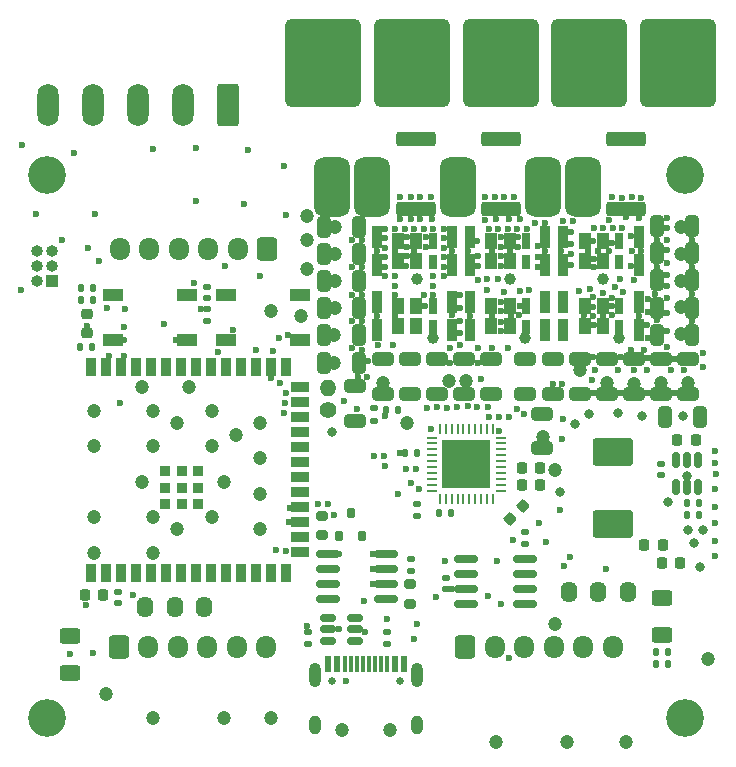
<source format=gbr>
%TF.GenerationSoftware,KiCad,Pcbnew,(6.0.7)*%
%TF.CreationDate,2023-02-02T22:14:04+01:00*%
%TF.ProjectId,bldc,626c6463-2e6b-4696-9361-645f70636258,rev?*%
%TF.SameCoordinates,Original*%
%TF.FileFunction,Soldermask,Top*%
%TF.FilePolarity,Negative*%
%FSLAX46Y46*%
G04 Gerber Fmt 4.6, Leading zero omitted, Abs format (unit mm)*
G04 Created by KiCad (PCBNEW (6.0.7)) date 2023-02-02 22:14:04*
%MOMM*%
%LPD*%
G01*
G04 APERTURE LIST*
G04 Aperture macros list*
%AMRoundRect*
0 Rectangle with rounded corners*
0 $1 Rounding radius*
0 $2 $3 $4 $5 $6 $7 $8 $9 X,Y pos of 4 corners*
0 Add a 4 corners polygon primitive as box body*
4,1,4,$2,$3,$4,$5,$6,$7,$8,$9,$2,$3,0*
0 Add four circle primitives for the rounded corners*
1,1,$1+$1,$2,$3*
1,1,$1+$1,$4,$5*
1,1,$1+$1,$6,$7*
1,1,$1+$1,$8,$9*
0 Add four rect primitives between the rounded corners*
20,1,$1+$1,$2,$3,$4,$5,0*
20,1,$1+$1,$4,$5,$6,$7,0*
20,1,$1+$1,$6,$7,$8,$9,0*
20,1,$1+$1,$8,$9,$2,$3,0*%
G04 Aperture macros list end*
%ADD10R,0.900000X1.850000*%
%ADD11R,0.650000X1.151000*%
%ADD12R,1.000000X1.350000*%
%ADD13R,0.650000X1.350000*%
%ADD14RoundRect,0.175000X0.175000X-0.275000X0.175000X0.275000X-0.175000X0.275000X-0.175000X-0.275000X0*%
%ADD15RoundRect,0.250000X-0.650000X0.325000X-0.650000X-0.325000X0.650000X-0.325000X0.650000X0.325000X0*%
%ADD16RoundRect,0.250000X1.425000X-0.362500X1.425000X0.362500X-1.425000X0.362500X-1.425000X-0.362500X0*%
%ADD17RoundRect,0.650000X2.600000X3.100000X-2.600000X3.100000X-2.600000X-3.100000X2.600000X-3.100000X0*%
%ADD18RoundRect,0.225000X-0.225000X-0.250000X0.225000X-0.250000X0.225000X0.250000X-0.225000X0.250000X0*%
%ADD19RoundRect,0.250000X0.325000X0.650000X-0.325000X0.650000X-0.325000X-0.650000X0.325000X-0.650000X0*%
%ADD20RoundRect,0.135000X-0.135000X-0.185000X0.135000X-0.185000X0.135000X0.185000X-0.135000X0.185000X0*%
%ADD21RoundRect,0.140000X0.170000X-0.140000X0.170000X0.140000X-0.170000X0.140000X-0.170000X-0.140000X0*%
%ADD22RoundRect,0.250000X0.625000X-0.400000X0.625000X0.400000X-0.625000X0.400000X-0.625000X-0.400000X0*%
%ADD23C,3.200000*%
%ADD24O,1.400000X1.800000*%
%ADD25RoundRect,0.250000X-0.325000X-0.650000X0.325000X-0.650000X0.325000X0.650000X-0.325000X0.650000X0*%
%ADD26RoundRect,0.250000X-0.625000X0.400000X-0.625000X-0.400000X0.625000X-0.400000X0.625000X0.400000X0*%
%ADD27RoundRect,0.200000X-0.275000X0.200000X-0.275000X-0.200000X0.275000X-0.200000X0.275000X0.200000X0*%
%ADD28RoundRect,0.200000X0.275000X-0.200000X0.275000X0.200000X-0.275000X0.200000X-0.275000X-0.200000X0*%
%ADD29R,1.000000X1.000000*%
%ADD30O,1.000000X1.000000*%
%ADD31O,1.000000X2.100000*%
%ADD32O,1.000000X1.600000*%
%ADD33R,0.600000X1.450000*%
%ADD34R,0.300000X1.450000*%
%ADD35C,0.650000*%
%ADD36RoundRect,0.135000X-0.185000X0.135000X-0.185000X-0.135000X0.185000X-0.135000X0.185000X0.135000X0*%
%ADD37RoundRect,0.225000X0.225000X0.250000X-0.225000X0.250000X-0.225000X-0.250000X0.225000X-0.250000X0*%
%ADD38RoundRect,0.235000X-1.465000X0.940000X-1.465000X-0.940000X1.465000X-0.940000X1.465000X0.940000X0*%
%ADD39RoundRect,0.150000X0.150000X-0.512500X0.150000X0.512500X-0.150000X0.512500X-0.150000X-0.512500X0*%
%ADD40RoundRect,0.135000X0.185000X-0.135000X0.185000X0.135000X-0.185000X0.135000X-0.185000X-0.135000X0*%
%ADD41RoundRect,0.140000X0.140000X0.170000X-0.140000X0.170000X-0.140000X-0.170000X0.140000X-0.170000X0*%
%ADD42RoundRect,0.135000X0.135000X0.185000X-0.135000X0.185000X-0.135000X-0.185000X0.135000X-0.185000X0*%
%ADD43RoundRect,0.750000X-0.750000X-1.750000X0.750000X-1.750000X0.750000X1.750000X-0.750000X1.750000X0*%
%ADD44RoundRect,0.250000X0.650000X1.550000X-0.650000X1.550000X-0.650000X-1.550000X0.650000X-1.550000X0*%
%ADD45O,1.800000X3.600000*%
%ADD46C,1.400000*%
%ADD47O,1.400000X1.400000*%
%ADD48RoundRect,0.150000X-0.825000X-0.150000X0.825000X-0.150000X0.825000X0.150000X-0.825000X0.150000X0*%
%ADD49RoundRect,0.140000X-0.170000X0.140000X-0.170000X-0.140000X0.170000X-0.140000X0.170000X0.140000X0*%
%ADD50RoundRect,0.250000X0.600000X0.725000X-0.600000X0.725000X-0.600000X-0.725000X0.600000X-0.725000X0*%
%ADD51O,1.700000X1.950000*%
%ADD52R,0.900000X1.500000*%
%ADD53R,1.500000X0.900000*%
%ADD54R,0.900000X0.900000*%
%ADD55RoundRect,0.225000X-0.017678X0.335876X-0.335876X0.017678X0.017678X-0.335876X0.335876X-0.017678X0*%
%ADD56RoundRect,0.750000X0.750000X1.750000X-0.750000X1.750000X-0.750000X-1.750000X0.750000X-1.750000X0*%
%ADD57RoundRect,0.250000X-0.600000X-0.725000X0.600000X-0.725000X0.600000X0.725000X-0.600000X0.725000X0*%
%ADD58RoundRect,0.150000X0.512500X0.150000X-0.512500X0.150000X-0.512500X-0.150000X0.512500X-0.150000X0*%
%ADD59R,1.700000X1.000000*%
%ADD60RoundRect,0.218750X0.256250X-0.218750X0.256250X0.218750X-0.256250X0.218750X-0.256250X-0.218750X0*%
%ADD61R,4.150000X4.150000*%
%ADD62RoundRect,0.062500X0.062500X0.375000X-0.062500X0.375000X-0.062500X-0.375000X0.062500X-0.375000X0*%
%ADD63RoundRect,0.062500X0.375000X0.062500X-0.375000X0.062500X-0.375000X-0.062500X0.375000X-0.062500X0*%
%ADD64C,1.000000*%
%ADD65C,0.600000*%
%ADD66C,1.200000*%
%ADD67C,0.800000*%
G04 APERTURE END LIST*
D10*
%TO.C,Q3*%
X128800000Y-113750000D03*
X135200000Y-113750000D03*
X135200000Y-116150000D03*
X128800000Y-116150000D03*
D11*
X133550000Y-115900000D03*
D12*
X130625000Y-115800000D03*
D13*
X133550000Y-114100000D03*
D12*
X132175000Y-114100000D03*
X132175000Y-115800000D03*
X130625000Y-114100000D03*
%TD*%
D10*
%TO.C,Q6*%
X120900000Y-110650000D03*
X127300000Y-108250000D03*
X127300000Y-110650000D03*
X120900000Y-108250000D03*
D11*
X125650000Y-110400000D03*
D12*
X122725000Y-108600000D03*
D13*
X125650000Y-108600000D03*
D12*
X124275000Y-108600000D03*
X122725000Y-110300000D03*
X124275000Y-110300000D03*
%TD*%
D10*
%TO.C,Q2*%
X136700000Y-108250000D03*
X143100000Y-110650000D03*
X143100000Y-108250000D03*
X136700000Y-110650000D03*
D11*
X141450000Y-110400000D03*
D12*
X138525000Y-110300000D03*
X138525000Y-108600000D03*
X140075000Y-108600000D03*
X140075000Y-110300000D03*
D13*
X141450000Y-108600000D03*
%TD*%
D10*
%TO.C,Q5*%
X127300000Y-116150000D03*
X127300000Y-113750000D03*
X120900000Y-113750000D03*
X120900000Y-116150000D03*
D11*
X125650000Y-115900000D03*
D12*
X124275000Y-115800000D03*
X124275000Y-114100000D03*
X122725000Y-115800000D03*
X122725000Y-114100000D03*
D13*
X125650000Y-114100000D03*
%TD*%
D10*
%TO.C,Q4*%
X135200000Y-108250000D03*
X135200000Y-110650000D03*
X128800000Y-110650000D03*
X128800000Y-108250000D03*
D11*
X133550000Y-110400000D03*
D12*
X130625000Y-110300000D03*
X132175000Y-110300000D03*
D13*
X133550000Y-108600000D03*
D12*
X132175000Y-108600000D03*
X130625000Y-108600000D03*
%TD*%
D10*
%TO.C,Q1*%
X136700000Y-116150000D03*
X143100000Y-113750000D03*
X136700000Y-113750000D03*
X143100000Y-116150000D03*
D11*
X141450000Y-115900000D03*
D12*
X140075000Y-115800000D03*
X140075000Y-114100000D03*
D13*
X141450000Y-114100000D03*
D12*
X138525000Y-114100000D03*
X138525000Y-115800000D03*
%TD*%
D14*
%TO.C,D1*%
X117750000Y-133600000D03*
X119650000Y-133600000D03*
X118700000Y-131600000D03*
%TD*%
D15*
%TO.C,C16*%
X119050000Y-120925000D03*
X119050000Y-123875000D03*
%TD*%
D16*
%TO.C,R2*%
X131400000Y-105862500D03*
X131400000Y-99937500D03*
%TD*%
D15*
%TO.C,C15*%
X121400000Y-118575000D03*
X121400000Y-121525000D03*
%TD*%
D17*
%TO.C,J15*%
X116400000Y-93500000D03*
%TD*%
D18*
%TO.C,C21*%
X133225000Y-127800000D03*
X134775000Y-127800000D03*
%TD*%
D19*
%TO.C,C3*%
X119375000Y-116600000D03*
X116425000Y-116600000D03*
%TD*%
D20*
%TO.C,R6*%
X147190000Y-131800000D03*
X148210000Y-131800000D03*
%TD*%
D21*
%TO.C,C35*%
X123850000Y-136530000D03*
X123850000Y-135570000D03*
%TD*%
D18*
%TO.C,C37*%
X145075000Y-135900000D03*
X146625000Y-135900000D03*
%TD*%
D22*
%TO.C,R27*%
X94900000Y-145150000D03*
X94900000Y-142050000D03*
%TD*%
D23*
%TO.C,H2*%
X93000000Y-149000000D03*
%TD*%
D19*
%TO.C,C17*%
X119375000Y-114300000D03*
X116425000Y-114300000D03*
%TD*%
D16*
%TO.C,R3*%
X124200000Y-105862500D03*
X124200000Y-99937500D03*
%TD*%
D24*
%TO.C,SW1*%
X137150000Y-138350000D03*
X139650000Y-138350000D03*
X142150000Y-138350000D03*
%TD*%
D25*
%TO.C,C31*%
X144625000Y-107350000D03*
X147575000Y-107350000D03*
%TD*%
D26*
%TO.C,R10*%
X145100000Y-138850000D03*
X145100000Y-141950000D03*
%TD*%
D27*
%TO.C,R26*%
X123750000Y-137675000D03*
X123750000Y-139325000D03*
%TD*%
D28*
%TO.C,R25*%
X116300000Y-133525000D03*
X116300000Y-131875000D03*
%TD*%
D29*
%TO.C,J7*%
X93435000Y-111970000D03*
D30*
X92165000Y-111970000D03*
X93435000Y-110700000D03*
X92165000Y-110700000D03*
X93435000Y-109430000D03*
X92165000Y-109430000D03*
%TD*%
D31*
%TO.C,J8*%
X115680000Y-145370000D03*
D32*
X124320000Y-149550000D03*
D31*
X124320000Y-145370000D03*
D32*
X115680000Y-149550000D03*
D33*
X116750000Y-144455000D03*
X117550000Y-144455000D03*
D34*
X118250000Y-144455000D03*
X119250000Y-144455000D03*
X120750000Y-144455000D03*
X121750000Y-144455000D03*
D33*
X122450000Y-144455000D03*
X123250000Y-144455000D03*
X123250000Y-144455000D03*
X122450000Y-144455000D03*
D34*
X121250000Y-144455000D03*
X120250000Y-144455000D03*
X119750000Y-144455000D03*
X118750000Y-144455000D03*
D33*
X117550000Y-144455000D03*
X116750000Y-144455000D03*
D35*
X122890000Y-145900000D03*
X117110000Y-145900000D03*
%TD*%
D36*
%TO.C,R18*%
X124350000Y-130890000D03*
X124350000Y-131910000D03*
%TD*%
D17*
%TO.C,J13*%
X131400000Y-93500000D03*
%TD*%
D25*
%TO.C,C32*%
X144625000Y-109650000D03*
X147575000Y-109650000D03*
%TD*%
D37*
%TO.C,C40*%
X97775000Y-138600000D03*
X96225000Y-138600000D03*
%TD*%
D38*
%TO.C,L1*%
X140900000Y-126487500D03*
X140900000Y-132537500D03*
%TD*%
D39*
%TO.C,U3*%
X146250000Y-129400000D03*
X147200000Y-129400000D03*
X148150000Y-129400000D03*
X148150000Y-127125000D03*
X147200000Y-127125000D03*
X146250000Y-127125000D03*
%TD*%
D15*
%TO.C,C8*%
X123700000Y-118575000D03*
X123700000Y-121525000D03*
%TD*%
D19*
%TO.C,C6*%
X119375000Y-118900000D03*
X116425000Y-118900000D03*
%TD*%
D40*
%TO.C,R5*%
X121800000Y-142710000D03*
X121800000Y-141690000D03*
%TD*%
D41*
%TO.C,C25*%
X127180000Y-131650000D03*
X126220000Y-131650000D03*
%TD*%
D15*
%TO.C,C7*%
X135800000Y-118575000D03*
X135800000Y-121525000D03*
%TD*%
D23*
%TO.C,H4*%
X147000000Y-149000000D03*
%TD*%
D42*
%TO.C,R12*%
X96910000Y-112600000D03*
X95890000Y-112600000D03*
%TD*%
D17*
%TO.C,J14*%
X123900000Y-93500000D03*
%TD*%
D43*
%TO.C,J5*%
X117100000Y-104000000D03*
%TD*%
D44*
%TO.C,J16*%
X108300000Y-97100000D03*
D45*
X104490000Y-97100000D03*
X100680000Y-97100000D03*
X96870000Y-97100000D03*
X93060000Y-97100000D03*
%TD*%
D46*
%TO.C,TH1*%
X116800000Y-122955000D03*
D47*
X116800000Y-121055000D03*
%TD*%
D40*
%TO.C,R4*%
X115100000Y-142710000D03*
X115100000Y-141690000D03*
%TD*%
D23*
%TO.C,H1*%
X147000000Y-103000000D03*
%TD*%
%TO.C,H3*%
X93000000Y-103000000D03*
%TD*%
D48*
%TO.C,U6*%
X128475000Y-135545000D03*
X128475000Y-136815000D03*
X128475000Y-138085000D03*
X128475000Y-139355000D03*
X133425000Y-139355000D03*
X133425000Y-138085000D03*
X133425000Y-136815000D03*
X133425000Y-135545000D03*
%TD*%
D21*
%TO.C,C42*%
X99000000Y-139280000D03*
X99000000Y-138320000D03*
%TD*%
D37*
%TO.C,C26*%
X147925000Y-125450000D03*
X146375000Y-125450000D03*
%TD*%
D24*
%TO.C,SW3*%
X106300000Y-139600000D03*
X103800000Y-139600000D03*
X101300000Y-139600000D03*
%TD*%
D49*
%TO.C,C27*%
X144950000Y-127470000D03*
X144950000Y-128430000D03*
%TD*%
D15*
%TO.C,C4*%
X133500000Y-118575000D03*
X133500000Y-121525000D03*
%TD*%
D50*
%TO.C,J6*%
X111650000Y-109250000D03*
D51*
X109150000Y-109250000D03*
X106650000Y-109250000D03*
X104150000Y-109250000D03*
X101650000Y-109250000D03*
X99150000Y-109250000D03*
%TD*%
D52*
%TO.C,U2*%
X96690000Y-136750000D03*
X97960000Y-136750000D03*
X99230000Y-136750000D03*
X100500000Y-136750000D03*
X101770000Y-136750000D03*
X103040000Y-136750000D03*
X104310000Y-136750000D03*
X105580000Y-136750000D03*
X106850000Y-136750000D03*
X108120000Y-136750000D03*
X109390000Y-136750000D03*
X110660000Y-136750000D03*
X111930000Y-136750000D03*
X113200000Y-136750000D03*
D53*
X114450000Y-134985000D03*
X114450000Y-133715000D03*
X114450000Y-132445000D03*
X114450000Y-131175000D03*
X114450000Y-129905000D03*
X114450000Y-128635000D03*
X114450000Y-127365000D03*
X114450000Y-126095000D03*
X114450000Y-124825000D03*
X114450000Y-123555000D03*
X114450000Y-122285000D03*
X114450000Y-121015000D03*
D52*
X113200000Y-119250000D03*
X111930000Y-119250000D03*
X110660000Y-119250000D03*
X109390000Y-119250000D03*
X108120000Y-119250000D03*
X106850000Y-119250000D03*
X105580000Y-119250000D03*
X104310000Y-119250000D03*
X103040000Y-119250000D03*
X101770000Y-119250000D03*
X100500000Y-119250000D03*
X99230000Y-119250000D03*
X97960000Y-119250000D03*
X96690000Y-119250000D03*
D54*
X105810000Y-128100000D03*
X103010000Y-129500000D03*
X104410000Y-128100000D03*
X105810000Y-129500000D03*
X103010000Y-128100000D03*
X105810000Y-130900000D03*
X103010000Y-130900000D03*
X104410000Y-129500000D03*
X104410000Y-130900000D03*
%TD*%
D55*
%TO.C,C24*%
X133298008Y-131051992D03*
X132201992Y-132148008D03*
%TD*%
D42*
%TO.C,R15*%
X145560000Y-143400000D03*
X144540000Y-143400000D03*
%TD*%
D56*
%TO.C,J2*%
X135000000Y-104000000D03*
%TD*%
D17*
%TO.C,J11*%
X146400000Y-93500000D03*
%TD*%
D20*
%TO.C,R29*%
X121690000Y-122900000D03*
X122710000Y-122900000D03*
%TD*%
D25*
%TO.C,C29*%
X144625000Y-111950000D03*
X147575000Y-111950000D03*
%TD*%
%TO.C,C18*%
X144625000Y-114250000D03*
X147575000Y-114250000D03*
%TD*%
D21*
%TO.C,C41*%
X106500000Y-113480000D03*
X106500000Y-112520000D03*
%TD*%
D40*
%TO.C,R11*%
X106500000Y-115410000D03*
X106500000Y-114390000D03*
%TD*%
D15*
%TO.C,C13*%
X140400000Y-118575000D03*
X140400000Y-121525000D03*
%TD*%
D19*
%TO.C,C14*%
X119375000Y-112000000D03*
X116425000Y-112000000D03*
%TD*%
D57*
%TO.C,J10*%
X99050000Y-142950000D03*
D51*
X101550000Y-142950000D03*
X104050000Y-142950000D03*
X106550000Y-142950000D03*
X109050000Y-142950000D03*
X111550000Y-142950000D03*
%TD*%
D18*
%TO.C,C36*%
X143575000Y-134350000D03*
X145125000Y-134350000D03*
%TD*%
D42*
%TO.C,R14*%
X145560000Y-144400000D03*
X144540000Y-144400000D03*
%TD*%
D15*
%TO.C,C5*%
X128300000Y-118575000D03*
X128300000Y-121525000D03*
%TD*%
D20*
%TO.C,R30*%
X95800000Y-117600000D03*
X96820000Y-117600000D03*
%TD*%
D42*
%TO.C,R7*%
X148210000Y-130800000D03*
X147190000Y-130800000D03*
%TD*%
D21*
%TO.C,C33*%
X126750000Y-138080000D03*
X126750000Y-137120000D03*
%TD*%
D48*
%TO.C,U7*%
X116775000Y-135095000D03*
X116775000Y-136365000D03*
X116775000Y-137635000D03*
X116775000Y-138905000D03*
X121725000Y-138905000D03*
X121725000Y-137635000D03*
X121725000Y-136365000D03*
X121725000Y-135095000D03*
%TD*%
D15*
%TO.C,C2*%
X145000000Y-118575000D03*
X145000000Y-121525000D03*
%TD*%
D37*
%TO.C,C23*%
X134775000Y-129300000D03*
X133225000Y-129300000D03*
%TD*%
D17*
%TO.C,J12*%
X138900000Y-93500000D03*
%TD*%
D15*
%TO.C,C12*%
X142700000Y-118575000D03*
X142700000Y-121525000D03*
%TD*%
%TO.C,C28*%
X147300000Y-118575000D03*
X147300000Y-121525000D03*
%TD*%
%TO.C,C19*%
X126000000Y-118575000D03*
X126000000Y-121525000D03*
%TD*%
D58*
%TO.C,U5*%
X119037500Y-142450000D03*
X119037500Y-141500000D03*
X119037500Y-140550000D03*
X116762500Y-140550000D03*
X116762500Y-141500000D03*
X116762500Y-142450000D03*
%TD*%
D59*
%TO.C,SW2*%
X108150000Y-117000000D03*
X114450000Y-117000000D03*
X114450000Y-113200000D03*
X108150000Y-113200000D03*
%TD*%
D25*
%TO.C,C11*%
X144625000Y-116550000D03*
X147575000Y-116550000D03*
%TD*%
D43*
%TO.C,J3*%
X127800000Y-104000000D03*
%TD*%
D56*
%TO.C,J1*%
X138400000Y-104000000D03*
%TD*%
D59*
%TO.C,SW4*%
X104850000Y-113200000D03*
X98550000Y-113200000D03*
X104850000Y-117000000D03*
X98550000Y-117000000D03*
%TD*%
D60*
%TO.C,D7*%
X96400000Y-116387500D03*
X96400000Y-114812500D03*
%TD*%
D15*
%TO.C,C1*%
X130600000Y-118575000D03*
X130600000Y-121525000D03*
%TD*%
D36*
%TO.C,R28*%
X120700000Y-122790000D03*
X120700000Y-123810000D03*
%TD*%
D19*
%TO.C,C9*%
X119375000Y-109700000D03*
X116425000Y-109700000D03*
%TD*%
D61*
%TO.C,U1*%
X128500000Y-127500000D03*
D62*
X130750000Y-130437500D03*
X130250000Y-130437500D03*
X129750000Y-130437500D03*
X129250000Y-130437500D03*
X128750000Y-130437500D03*
X128250000Y-130437500D03*
X127750000Y-130437500D03*
X127250000Y-130437500D03*
X126750000Y-130437500D03*
X126250000Y-130437500D03*
D63*
X125562500Y-129750000D03*
X125562500Y-129250000D03*
X125562500Y-128750000D03*
X125562500Y-128250000D03*
X125562500Y-127750000D03*
X125562500Y-127250000D03*
X125562500Y-126750000D03*
X125562500Y-126250000D03*
X125562500Y-125750000D03*
X125562500Y-125250000D03*
D62*
X126250000Y-124562500D03*
X126750000Y-124562500D03*
X127250000Y-124562500D03*
X127750000Y-124562500D03*
X128250000Y-124562500D03*
X128750000Y-124562500D03*
X129250000Y-124562500D03*
X129750000Y-124562500D03*
X130250000Y-124562500D03*
X130750000Y-124562500D03*
D63*
X131437500Y-125250000D03*
X131437500Y-125750000D03*
X131437500Y-126250000D03*
X131437500Y-126750000D03*
X131437500Y-127250000D03*
X131437500Y-127750000D03*
X131437500Y-128250000D03*
X131437500Y-128750000D03*
X131437500Y-129250000D03*
X131437500Y-129750000D03*
%TD*%
D40*
%TO.C,R9*%
X133450000Y-134260000D03*
X133450000Y-133240000D03*
%TD*%
D15*
%TO.C,C20*%
X134900000Y-123225000D03*
X134900000Y-126175000D03*
%TD*%
D41*
%TO.C,C22*%
X124280000Y-126600000D03*
X123320000Y-126600000D03*
%TD*%
D43*
%TO.C,J4*%
X120500000Y-104000000D03*
%TD*%
D57*
%TO.C,J9*%
X128400000Y-142950000D03*
D51*
X130900000Y-142950000D03*
X133400000Y-142950000D03*
X135900000Y-142950000D03*
X138400000Y-142950000D03*
X140900000Y-142950000D03*
%TD*%
D19*
%TO.C,C38*%
X148275000Y-123550000D03*
X145325000Y-123550000D03*
%TD*%
D15*
%TO.C,C10*%
X138100000Y-118575000D03*
X138100000Y-121525000D03*
%TD*%
D16*
%TO.C,R1*%
X142000000Y-105862500D03*
X142000000Y-99937500D03*
%TD*%
D19*
%TO.C,C30*%
X119375000Y-107400000D03*
X116425000Y-107400000D03*
%TD*%
D42*
%TO.C,R13*%
X96910000Y-113600000D03*
X95890000Y-113600000D03*
%TD*%
D64*
%TO.C,TP3*%
X133500000Y-116800000D03*
%TD*%
%TO.C,TP5*%
X125700000Y-116800000D03*
%TD*%
%TO.C,TP1*%
X141400000Y-116800000D03*
%TD*%
%TO.C,TP6*%
X124300000Y-111800000D03*
%TD*%
%TO.C,TP4*%
X132200000Y-111800000D03*
%TD*%
%TO.C,TP2*%
X140100000Y-111800000D03*
%TD*%
D65*
X141550000Y-111800000D03*
X141050000Y-112500000D03*
X145500000Y-106700000D03*
X145500000Y-107500000D03*
X144600000Y-108500000D03*
X145500000Y-108500000D03*
X145500000Y-109400000D03*
X144600000Y-110800000D03*
X145500000Y-110500000D03*
X145500000Y-111500000D03*
X145500000Y-112400000D03*
X143100000Y-115000000D03*
X143900000Y-114600000D03*
X143900000Y-113500000D03*
X144500000Y-113100000D03*
X145500000Y-113400000D03*
X145500000Y-114700000D03*
X144600000Y-115300000D03*
X143800000Y-115700000D03*
X143900000Y-116800000D03*
X145500000Y-116200000D03*
X145500000Y-117600000D03*
X148500000Y-119300000D03*
X146900000Y-119500000D03*
X148500000Y-118100000D03*
X146200000Y-118600000D03*
X145800000Y-119500000D03*
X142700000Y-119500000D03*
X143800000Y-119500000D03*
X143900000Y-118500000D03*
X143500000Y-117800000D03*
X142400000Y-117800000D03*
X141600000Y-118400000D03*
X141300000Y-119500000D03*
X139400000Y-119500000D03*
X139200000Y-118400000D03*
X130700000Y-117700000D03*
X128000000Y-117400000D03*
X128000000Y-116400000D03*
X128000000Y-115400000D03*
X128000000Y-114300000D03*
X128000000Y-113200000D03*
X127300000Y-114900000D03*
X128800000Y-115000000D03*
X132000000Y-117700000D03*
X129500000Y-118900000D03*
X129500000Y-117700000D03*
X127100000Y-118900000D03*
X127100000Y-117700000D03*
X122300000Y-117400000D03*
X120900000Y-115000000D03*
X121000000Y-117400000D03*
X120200000Y-118800000D03*
X119300000Y-120100000D03*
X120100000Y-120100000D03*
X119700000Y-117800000D03*
X118800000Y-117700000D03*
X119700000Y-115400000D03*
X118800000Y-115400000D03*
X119700000Y-113200000D03*
X118800000Y-113200000D03*
X119700000Y-110800000D03*
X118800000Y-110800000D03*
X119700000Y-108500000D03*
X118800000Y-108500000D03*
X133000000Y-106750000D03*
X132100000Y-106750000D03*
X131050000Y-106750000D03*
X129400000Y-108600000D03*
X129450000Y-110700000D03*
X129450000Y-109900000D03*
X128650000Y-109450000D03*
X132950000Y-114850000D03*
X130650000Y-114950000D03*
X132250000Y-114950000D03*
X131450000Y-116250000D03*
X131400000Y-115450000D03*
X131400000Y-114550000D03*
X131400000Y-113750000D03*
X130250000Y-112800000D03*
X129450000Y-111950000D03*
X130250000Y-111800000D03*
X131150000Y-111850000D03*
X131650000Y-112950000D03*
X133050000Y-112850000D03*
X133800000Y-112800000D03*
X134550000Y-110800000D03*
X134550000Y-109950000D03*
X135200000Y-109450000D03*
X134550000Y-109000000D03*
X134350000Y-107100000D03*
X135150000Y-107100000D03*
X138450000Y-114900000D03*
X139250000Y-114950000D03*
X140050000Y-114950000D03*
X140800000Y-114900000D03*
X140850000Y-114150000D03*
X139250000Y-114200000D03*
X142450000Y-110750000D03*
X142450000Y-108150000D03*
X143300000Y-109450000D03*
X142500000Y-109500000D03*
X142700000Y-111900000D03*
X141800000Y-112900000D03*
X140850000Y-113400000D03*
X140100000Y-113050000D03*
X139250000Y-113350000D03*
X139000000Y-112650000D03*
X138000000Y-112850000D03*
X137350000Y-110650000D03*
X137350000Y-109750000D03*
X136550000Y-109450000D03*
X137350000Y-108900000D03*
X137350000Y-107850000D03*
X137550000Y-106950000D03*
X136700000Y-106900000D03*
X140850000Y-104900000D03*
X141650000Y-104950000D03*
X142500000Y-104900000D03*
X143300000Y-104950000D03*
X143100000Y-106700000D03*
X140550000Y-106800000D03*
X139250000Y-108600000D03*
X140850000Y-108750000D03*
X139300000Y-110100000D03*
X139300000Y-110800000D03*
X138800000Y-109450000D03*
X139650000Y-109450000D03*
X140550000Y-109450000D03*
X139300000Y-107550000D03*
X140100000Y-107550000D03*
X140900000Y-107550000D03*
X141700000Y-107550000D03*
X126600000Y-108400000D03*
X123500000Y-109100000D03*
X121600000Y-107600000D03*
X126600000Y-109200000D03*
X126600000Y-107600000D03*
X121600000Y-109200000D03*
X124100000Y-107600000D03*
X125100000Y-108300000D03*
X121600000Y-108400000D03*
X125700000Y-107600000D03*
X122500000Y-107600000D03*
X125100000Y-109100000D03*
X123500000Y-108300000D03*
X124900000Y-107600000D03*
X123300000Y-107600000D03*
X122500000Y-109450000D03*
X121600000Y-110000000D03*
X120900000Y-109450000D03*
X121600000Y-110800000D03*
X121600000Y-111600000D03*
X122500000Y-111600000D03*
X122500000Y-112400000D03*
X122500000Y-113200000D03*
X122500000Y-114950000D03*
X124900000Y-113200000D03*
X125700000Y-113200000D03*
X125700000Y-112400000D03*
X125700000Y-111600000D03*
X126600000Y-111600000D03*
X126600000Y-110800000D03*
X126600000Y-110000000D03*
X127300000Y-109450000D03*
X124100000Y-109450000D03*
X123500000Y-109850000D03*
X130400000Y-107600000D03*
X131200000Y-107600000D03*
X132000000Y-107600000D03*
X132800000Y-107600000D03*
X132900000Y-108300000D03*
X132900000Y-109100000D03*
X132200000Y-109450000D03*
X131400000Y-109100000D03*
X131400000Y-108300000D03*
X130700000Y-109450000D03*
X131400000Y-109900000D03*
X131400000Y-110750000D03*
X130100000Y-106800000D03*
X132500000Y-104900000D03*
X131700000Y-104900000D03*
X130900000Y-104900000D03*
X130100000Y-104900000D03*
X122900000Y-106750000D03*
X123800000Y-106750000D03*
X124600000Y-106750000D03*
D66*
X135800000Y-105800000D03*
X134200000Y-105800000D03*
X135800000Y-102200000D03*
X134200000Y-102200000D03*
X127000000Y-105800000D03*
X128600000Y-105800000D03*
X128600000Y-102200000D03*
X127000000Y-102200000D03*
D65*
X125500000Y-104900000D03*
X124600000Y-104900000D03*
X123800000Y-104900000D03*
X122900000Y-104900000D03*
X125550000Y-106750000D03*
D66*
X138100000Y-119500000D03*
X119700000Y-104000000D03*
X121300000Y-102200000D03*
X121300000Y-105800000D03*
X119700000Y-102200000D03*
X121300000Y-104000000D03*
X135000000Y-125200000D03*
D65*
X125950000Y-138750000D03*
X140300000Y-136400000D03*
X113200000Y-106400000D03*
D66*
X112000000Y-149000000D03*
D67*
X136400000Y-129850000D03*
D66*
X102000000Y-135000000D03*
D65*
X96500000Y-109200000D03*
D66*
X101000000Y-121000000D03*
D65*
X105400000Y-112200000D03*
D66*
X146700000Y-112000000D03*
X111000000Y-127000000D03*
D65*
X137250000Y-135350000D03*
D66*
X118000000Y-150000000D03*
D65*
X149549500Y-127400000D03*
X131400000Y-139350000D03*
D66*
X107000000Y-126000000D03*
X147300000Y-120600000D03*
X97000000Y-126000000D03*
D65*
X122850000Y-126600000D03*
X122722812Y-130043287D03*
D66*
X102000000Y-149000000D03*
D65*
X121800000Y-140650000D03*
D67*
X146800000Y-123400000D03*
D65*
X149549500Y-132500000D03*
D66*
X104000000Y-133000000D03*
D65*
X149549500Y-131100000D03*
D66*
X109000000Y-125000000D03*
D65*
X146200000Y-121500000D03*
X99550000Y-115900000D03*
D66*
X102000000Y-123000000D03*
D65*
X125500000Y-124500000D03*
D66*
X117300000Y-118900000D03*
X97000000Y-123000000D03*
D65*
X149549500Y-134000000D03*
D66*
X117400000Y-107400000D03*
D65*
X139100000Y-120400000D03*
X110000000Y-100900000D03*
D66*
X111000000Y-124000000D03*
D65*
X136400000Y-131400000D03*
D66*
X136000000Y-128000000D03*
D65*
X114969500Y-141200000D03*
X130300000Y-138700000D03*
X107500000Y-118000000D03*
X90800000Y-112800000D03*
X97400000Y-110300000D03*
X108100000Y-110700000D03*
X105600000Y-100700000D03*
D66*
X127000000Y-120500000D03*
D65*
X147600000Y-113100000D03*
X110700000Y-117800000D03*
D67*
X145600000Y-130750000D03*
D65*
X90900000Y-100500000D03*
X112100000Y-117900000D03*
D66*
X131000000Y-151000000D03*
X137000000Y-151000000D03*
X108000000Y-149000000D03*
D67*
X137700000Y-124100000D03*
D65*
X98100000Y-114300000D03*
D66*
X146700000Y-114200000D03*
X112000000Y-114500000D03*
D65*
X129700000Y-120300000D03*
D66*
X122000000Y-150000000D03*
D65*
X117300000Y-131800000D03*
D66*
X117400000Y-109700000D03*
X97000000Y-132000000D03*
X136000000Y-141000000D03*
D65*
X149600000Y-128300000D03*
D67*
X143350000Y-123400000D03*
D66*
X114500000Y-115000000D03*
X117300000Y-116600000D03*
D65*
X136700000Y-123700000D03*
X141600000Y-121500000D03*
D66*
X149000000Y-144000000D03*
D65*
X124050000Y-142350000D03*
D66*
X146700000Y-109700000D03*
D65*
X136600000Y-120700000D03*
D66*
X107000000Y-123000000D03*
D65*
X96400000Y-115800000D03*
D67*
X147200000Y-128512500D03*
D66*
X123500000Y-124000000D03*
X101000000Y-129000000D03*
X146700000Y-116500000D03*
D65*
X149549500Y-135300000D03*
X119875500Y-141700000D03*
X136800000Y-136100000D03*
X147600000Y-110800000D03*
X115900000Y-130900000D03*
D67*
X148550000Y-133050000D03*
D66*
X142700000Y-120700000D03*
D65*
X92100000Y-106300000D03*
X116800000Y-130900000D03*
D66*
X117400000Y-112000000D03*
X116300000Y-102200000D03*
X115000000Y-111000000D03*
D65*
X135250000Y-134100000D03*
X143900000Y-121500000D03*
X96300000Y-139400000D03*
D66*
X115000000Y-108500000D03*
D65*
X131300000Y-124700000D03*
D66*
X102000000Y-132000000D03*
D65*
X109700000Y-105500000D03*
D66*
X111000000Y-133000000D03*
X111000000Y-130000000D03*
X105000000Y-121000000D03*
X108000000Y-129000000D03*
X128500000Y-120500000D03*
D65*
X135800000Y-120700000D03*
X94300000Y-108500000D03*
D66*
X98000000Y-147000000D03*
X116300000Y-104000000D03*
D65*
X105600000Y-105200000D03*
D66*
X146700000Y-107400000D03*
D65*
X111000000Y-111600000D03*
X96900000Y-143500000D03*
X124350000Y-141050000D03*
X100300000Y-138600000D03*
D66*
X142000000Y-151000000D03*
D65*
X113100000Y-102300000D03*
X119200000Y-122800000D03*
D67*
X147250000Y-133100000D03*
D65*
X102000000Y-100800000D03*
D66*
X97000000Y-135000000D03*
X145000000Y-120600000D03*
D65*
X119800000Y-139100000D03*
D66*
X117900000Y-104000000D03*
D65*
X136600000Y-125400000D03*
X149549500Y-129600000D03*
D66*
X117900000Y-102200000D03*
X140400000Y-120600000D03*
X121400000Y-120600000D03*
D65*
X139300000Y-121500000D03*
D66*
X117900000Y-105800000D03*
X104000000Y-124000000D03*
X117400000Y-114300000D03*
D65*
X147600000Y-108500000D03*
X132150000Y-143900000D03*
X131100000Y-135700000D03*
D66*
X115000000Y-106500000D03*
D67*
X147800000Y-134200000D03*
D65*
X132450000Y-133900000D03*
D67*
X141300000Y-123200000D03*
D65*
X147600000Y-115400000D03*
X97100000Y-106300000D03*
D67*
X138850000Y-123300000D03*
D65*
X102900000Y-115600000D03*
X134650000Y-132450000D03*
X118100000Y-122200000D03*
D66*
X116300000Y-105800000D03*
D65*
X149549500Y-126400000D03*
X95300000Y-101200000D03*
D67*
X148250000Y-136200000D03*
D66*
X102000000Y-126000000D03*
D65*
X94900000Y-143600000D03*
D66*
X107000000Y-132000000D03*
X137600000Y-105800000D03*
X139200000Y-104000000D03*
X137600000Y-104000000D03*
D65*
X132749500Y-122827914D03*
D66*
X139200000Y-105800000D03*
X139200000Y-102200000D03*
D65*
X139300000Y-115700000D03*
D66*
X137600000Y-102200000D03*
X135800000Y-104000000D03*
X134200000Y-104000000D03*
D65*
X133000000Y-114100000D03*
X129417678Y-122687691D03*
D66*
X127000000Y-104000000D03*
X128600000Y-104000000D03*
D65*
X125000000Y-114100000D03*
X126902207Y-122725775D03*
X133401999Y-123297697D03*
X132120923Y-123536195D03*
X142000000Y-106600000D03*
X131236992Y-123536992D03*
X128623055Y-122599500D03*
X130300000Y-122700000D03*
X133600000Y-107600000D03*
X130374500Y-123516306D03*
X127726609Y-122673391D03*
X126000000Y-122700000D03*
X125158660Y-122741837D03*
X123400000Y-110750000D03*
X120600000Y-135100000D03*
X126700000Y-135700000D03*
X127300000Y-138100000D03*
X112700000Y-120624500D03*
X113200000Y-121500000D03*
X113183411Y-122316589D03*
X113100500Y-123200000D03*
X99625500Y-114400000D03*
X106000000Y-114400000D03*
X99200000Y-122300000D03*
X99500000Y-117000000D03*
X103900000Y-117000000D03*
X112624369Y-116793908D03*
X117700000Y-141500000D03*
X118305000Y-145905000D03*
X113400000Y-116600000D03*
X108775500Y-116175500D03*
X113600000Y-131200000D03*
X120672906Y-126785033D03*
X121525500Y-126850546D03*
X113500000Y-132400000D03*
X113200498Y-134900000D03*
X121575500Y-127649500D03*
X112000000Y-120200000D03*
D67*
X117149500Y-124750000D03*
D65*
X124200000Y-127874500D03*
X123400497Y-127874500D03*
X123797312Y-129124000D03*
X124458146Y-129574000D03*
X120600000Y-136350000D03*
X120600000Y-137635000D03*
X117700000Y-135100000D03*
X112407906Y-134795110D03*
X121600000Y-123400000D03*
X99550000Y-118350000D03*
X98250000Y-118350000D03*
M02*

</source>
